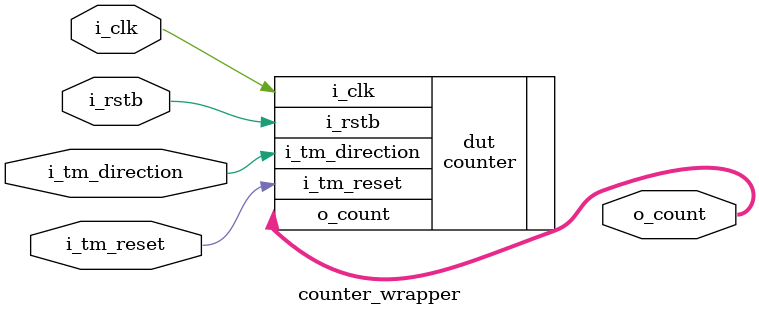
<source format=sv>
`timescale 1ns/100ps

module counter_wrapper
  #(
    parameter COUNT_WD = 16
    )
   (
    input logic                 i_clk,
    input logic                 i_rstb,
    input logic                 i_tm_reset,
    input logic                 i_tm_direction,
    output logic [COUNT_WD-1:0] o_count
    );
   

   counter #(.COUNT_WD (COUNT_WD)) dut
     (
      // Outputs
      .o_count                          (o_count),
      // Inputs
      .i_clk                            (i_clk),
      .i_rstb                           (i_rstb),
      .i_tm_reset                       (i_tm_reset),
      .i_tm_direction                   (i_tm_direction)
      );

   initial
     begin
        $dumpfile("./results/counter_cocotb.vcd");
        $dumpvars(0, counter_wrapper);
     end

endmodule


</source>
